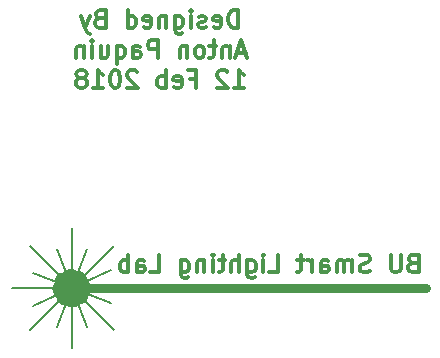
<source format=gbo>
G04 #@! TF.FileFunction,Legend,Bot*
%FSLAX46Y46*%
G04 Gerber Fmt 4.6, Leading zero omitted, Abs format (unit mm)*
G04 Created by KiCad (PCBNEW 4.0.7) date Wed Feb 14 16:44:24 2018*
%MOMM*%
%LPD*%
G01*
G04 APERTURE LIST*
%ADD10C,0.100000*%
%ADD11C,0.762000*%
%ADD12C,0.300000*%
%ADD13C,0.200000*%
%ADD14C,2.032000*%
G04 APERTURE END LIST*
D10*
D11*
X32766000Y-66802000D02*
X27686000Y-66802000D01*
D12*
X56557143Y-64662857D02*
X56342857Y-64734286D01*
X56271429Y-64805714D01*
X56200000Y-64948571D01*
X56200000Y-65162857D01*
X56271429Y-65305714D01*
X56342857Y-65377143D01*
X56485715Y-65448571D01*
X57057143Y-65448571D01*
X57057143Y-63948571D01*
X56557143Y-63948571D01*
X56414286Y-64020000D01*
X56342857Y-64091429D01*
X56271429Y-64234286D01*
X56271429Y-64377143D01*
X56342857Y-64520000D01*
X56414286Y-64591429D01*
X56557143Y-64662857D01*
X57057143Y-64662857D01*
X55557143Y-63948571D02*
X55557143Y-65162857D01*
X55485715Y-65305714D01*
X55414286Y-65377143D01*
X55271429Y-65448571D01*
X54985715Y-65448571D01*
X54842857Y-65377143D01*
X54771429Y-65305714D01*
X54700000Y-65162857D01*
X54700000Y-63948571D01*
X52914286Y-65377143D02*
X52700000Y-65448571D01*
X52342857Y-65448571D01*
X52200000Y-65377143D01*
X52128571Y-65305714D01*
X52057143Y-65162857D01*
X52057143Y-65020000D01*
X52128571Y-64877143D01*
X52200000Y-64805714D01*
X52342857Y-64734286D01*
X52628571Y-64662857D01*
X52771429Y-64591429D01*
X52842857Y-64520000D01*
X52914286Y-64377143D01*
X52914286Y-64234286D01*
X52842857Y-64091429D01*
X52771429Y-64020000D01*
X52628571Y-63948571D01*
X52271429Y-63948571D01*
X52057143Y-64020000D01*
X51414286Y-65448571D02*
X51414286Y-64448571D01*
X51414286Y-64591429D02*
X51342858Y-64520000D01*
X51200000Y-64448571D01*
X50985715Y-64448571D01*
X50842858Y-64520000D01*
X50771429Y-64662857D01*
X50771429Y-65448571D01*
X50771429Y-64662857D02*
X50700000Y-64520000D01*
X50557143Y-64448571D01*
X50342858Y-64448571D01*
X50200000Y-64520000D01*
X50128572Y-64662857D01*
X50128572Y-65448571D01*
X48771429Y-65448571D02*
X48771429Y-64662857D01*
X48842858Y-64520000D01*
X48985715Y-64448571D01*
X49271429Y-64448571D01*
X49414286Y-64520000D01*
X48771429Y-65377143D02*
X48914286Y-65448571D01*
X49271429Y-65448571D01*
X49414286Y-65377143D01*
X49485715Y-65234286D01*
X49485715Y-65091429D01*
X49414286Y-64948571D01*
X49271429Y-64877143D01*
X48914286Y-64877143D01*
X48771429Y-64805714D01*
X48057143Y-65448571D02*
X48057143Y-64448571D01*
X48057143Y-64734286D02*
X47985715Y-64591429D01*
X47914286Y-64520000D01*
X47771429Y-64448571D01*
X47628572Y-64448571D01*
X47342858Y-64448571D02*
X46771429Y-64448571D01*
X47128572Y-63948571D02*
X47128572Y-65234286D01*
X47057144Y-65377143D01*
X46914286Y-65448571D01*
X46771429Y-65448571D01*
X44414286Y-65448571D02*
X45128572Y-65448571D01*
X45128572Y-63948571D01*
X43914286Y-65448571D02*
X43914286Y-64448571D01*
X43914286Y-63948571D02*
X43985715Y-64020000D01*
X43914286Y-64091429D01*
X43842858Y-64020000D01*
X43914286Y-63948571D01*
X43914286Y-64091429D01*
X42557143Y-64448571D02*
X42557143Y-65662857D01*
X42628572Y-65805714D01*
X42700000Y-65877143D01*
X42842857Y-65948571D01*
X43057143Y-65948571D01*
X43200000Y-65877143D01*
X42557143Y-65377143D02*
X42700000Y-65448571D01*
X42985714Y-65448571D01*
X43128572Y-65377143D01*
X43200000Y-65305714D01*
X43271429Y-65162857D01*
X43271429Y-64734286D01*
X43200000Y-64591429D01*
X43128572Y-64520000D01*
X42985714Y-64448571D01*
X42700000Y-64448571D01*
X42557143Y-64520000D01*
X41842857Y-65448571D02*
X41842857Y-63948571D01*
X41200000Y-65448571D02*
X41200000Y-64662857D01*
X41271429Y-64520000D01*
X41414286Y-64448571D01*
X41628571Y-64448571D01*
X41771429Y-64520000D01*
X41842857Y-64591429D01*
X40700000Y-64448571D02*
X40128571Y-64448571D01*
X40485714Y-63948571D02*
X40485714Y-65234286D01*
X40414286Y-65377143D01*
X40271428Y-65448571D01*
X40128571Y-65448571D01*
X39628571Y-65448571D02*
X39628571Y-64448571D01*
X39628571Y-63948571D02*
X39700000Y-64020000D01*
X39628571Y-64091429D01*
X39557143Y-64020000D01*
X39628571Y-63948571D01*
X39628571Y-64091429D01*
X38914285Y-64448571D02*
X38914285Y-65448571D01*
X38914285Y-64591429D02*
X38842857Y-64520000D01*
X38699999Y-64448571D01*
X38485714Y-64448571D01*
X38342857Y-64520000D01*
X38271428Y-64662857D01*
X38271428Y-65448571D01*
X36914285Y-64448571D02*
X36914285Y-65662857D01*
X36985714Y-65805714D01*
X37057142Y-65877143D01*
X37199999Y-65948571D01*
X37414285Y-65948571D01*
X37557142Y-65877143D01*
X36914285Y-65377143D02*
X37057142Y-65448571D01*
X37342856Y-65448571D01*
X37485714Y-65377143D01*
X37557142Y-65305714D01*
X37628571Y-65162857D01*
X37628571Y-64734286D01*
X37557142Y-64591429D01*
X37485714Y-64520000D01*
X37342856Y-64448571D01*
X37057142Y-64448571D01*
X36914285Y-64520000D01*
X34342856Y-65448571D02*
X35057142Y-65448571D01*
X35057142Y-63948571D01*
X33199999Y-65448571D02*
X33199999Y-64662857D01*
X33271428Y-64520000D01*
X33414285Y-64448571D01*
X33699999Y-64448571D01*
X33842856Y-64520000D01*
X33199999Y-65377143D02*
X33342856Y-65448571D01*
X33699999Y-65448571D01*
X33842856Y-65377143D01*
X33914285Y-65234286D01*
X33914285Y-65091429D01*
X33842856Y-64948571D01*
X33699999Y-64877143D01*
X33342856Y-64877143D01*
X33199999Y-64805714D01*
X32485713Y-65448571D02*
X32485713Y-63948571D01*
X32485713Y-64520000D02*
X32342856Y-64448571D01*
X32057142Y-64448571D01*
X31914285Y-64520000D01*
X31842856Y-64591429D01*
X31771427Y-64734286D01*
X31771427Y-65162857D01*
X31842856Y-65305714D01*
X31914285Y-65377143D01*
X32057142Y-65448571D01*
X32342856Y-65448571D01*
X32485713Y-65377143D01*
D13*
X28956000Y-63500000D02*
X26416000Y-70104000D01*
X26416000Y-63500000D02*
X28956000Y-70104000D01*
X30988000Y-65278000D02*
X24384000Y-68326000D01*
X30988000Y-68072000D02*
X24384000Y-65532000D01*
X27686000Y-66802000D02*
X30988000Y-68072000D01*
X27686000Y-66802000D02*
X30988000Y-65278000D01*
X27686000Y-66802000D02*
X28956000Y-63500000D01*
X27686000Y-66802000D02*
X26416000Y-63500000D01*
X22606000Y-66802000D02*
X27686000Y-66802000D01*
X27686000Y-61722000D02*
X27686000Y-71882000D01*
X24130000Y-63246000D02*
X31242000Y-70358000D01*
X31242000Y-63246000D02*
X24130000Y-70358000D01*
X24130000Y-63246000D02*
X27686000Y-66802000D01*
X27686000Y-66802000D02*
X31242000Y-63246000D01*
X27686000Y-66802000D02*
X27686000Y-61722000D01*
D14*
X28321000Y-66802000D02*
G75*
G03X28321000Y-66802000I-635000J0D01*
G01*
D11*
X57658000Y-66802000D02*
X32893000Y-66802000D01*
D12*
X41769647Y-44742948D02*
X41769647Y-43242948D01*
X41412504Y-43242948D01*
X41198219Y-43314377D01*
X41055361Y-43457234D01*
X40983933Y-43600091D01*
X40912504Y-43885806D01*
X40912504Y-44100091D01*
X40983933Y-44385806D01*
X41055361Y-44528663D01*
X41198219Y-44671520D01*
X41412504Y-44742948D01*
X41769647Y-44742948D01*
X39698219Y-44671520D02*
X39841076Y-44742948D01*
X40126790Y-44742948D01*
X40269647Y-44671520D01*
X40341076Y-44528663D01*
X40341076Y-43957234D01*
X40269647Y-43814377D01*
X40126790Y-43742948D01*
X39841076Y-43742948D01*
X39698219Y-43814377D01*
X39626790Y-43957234D01*
X39626790Y-44100091D01*
X40341076Y-44242948D01*
X39055362Y-44671520D02*
X38912505Y-44742948D01*
X38626790Y-44742948D01*
X38483933Y-44671520D01*
X38412505Y-44528663D01*
X38412505Y-44457234D01*
X38483933Y-44314377D01*
X38626790Y-44242948D01*
X38841076Y-44242948D01*
X38983933Y-44171520D01*
X39055362Y-44028663D01*
X39055362Y-43957234D01*
X38983933Y-43814377D01*
X38841076Y-43742948D01*
X38626790Y-43742948D01*
X38483933Y-43814377D01*
X37769647Y-44742948D02*
X37769647Y-43742948D01*
X37769647Y-43242948D02*
X37841076Y-43314377D01*
X37769647Y-43385806D01*
X37698219Y-43314377D01*
X37769647Y-43242948D01*
X37769647Y-43385806D01*
X36412504Y-43742948D02*
X36412504Y-44957234D01*
X36483933Y-45100091D01*
X36555361Y-45171520D01*
X36698218Y-45242948D01*
X36912504Y-45242948D01*
X37055361Y-45171520D01*
X36412504Y-44671520D02*
X36555361Y-44742948D01*
X36841075Y-44742948D01*
X36983933Y-44671520D01*
X37055361Y-44600091D01*
X37126790Y-44457234D01*
X37126790Y-44028663D01*
X37055361Y-43885806D01*
X36983933Y-43814377D01*
X36841075Y-43742948D01*
X36555361Y-43742948D01*
X36412504Y-43814377D01*
X35698218Y-43742948D02*
X35698218Y-44742948D01*
X35698218Y-43885806D02*
X35626790Y-43814377D01*
X35483932Y-43742948D01*
X35269647Y-43742948D01*
X35126790Y-43814377D01*
X35055361Y-43957234D01*
X35055361Y-44742948D01*
X33769647Y-44671520D02*
X33912504Y-44742948D01*
X34198218Y-44742948D01*
X34341075Y-44671520D01*
X34412504Y-44528663D01*
X34412504Y-43957234D01*
X34341075Y-43814377D01*
X34198218Y-43742948D01*
X33912504Y-43742948D01*
X33769647Y-43814377D01*
X33698218Y-43957234D01*
X33698218Y-44100091D01*
X34412504Y-44242948D01*
X32412504Y-44742948D02*
X32412504Y-43242948D01*
X32412504Y-44671520D02*
X32555361Y-44742948D01*
X32841075Y-44742948D01*
X32983933Y-44671520D01*
X33055361Y-44600091D01*
X33126790Y-44457234D01*
X33126790Y-44028663D01*
X33055361Y-43885806D01*
X32983933Y-43814377D01*
X32841075Y-43742948D01*
X32555361Y-43742948D01*
X32412504Y-43814377D01*
X30055361Y-43957234D02*
X29841075Y-44028663D01*
X29769647Y-44100091D01*
X29698218Y-44242948D01*
X29698218Y-44457234D01*
X29769647Y-44600091D01*
X29841075Y-44671520D01*
X29983933Y-44742948D01*
X30555361Y-44742948D01*
X30555361Y-43242948D01*
X30055361Y-43242948D01*
X29912504Y-43314377D01*
X29841075Y-43385806D01*
X29769647Y-43528663D01*
X29769647Y-43671520D01*
X29841075Y-43814377D01*
X29912504Y-43885806D01*
X30055361Y-43957234D01*
X30555361Y-43957234D01*
X29198218Y-43742948D02*
X28841075Y-44742948D01*
X28483933Y-43742948D02*
X28841075Y-44742948D01*
X28983933Y-45100091D01*
X29055361Y-45171520D01*
X29198218Y-45242948D01*
X42412505Y-46864377D02*
X41698219Y-46864377D01*
X42555362Y-47292948D02*
X42055362Y-45792948D01*
X41555362Y-47292948D01*
X41055362Y-46292948D02*
X41055362Y-47292948D01*
X41055362Y-46435806D02*
X40983934Y-46364377D01*
X40841076Y-46292948D01*
X40626791Y-46292948D01*
X40483934Y-46364377D01*
X40412505Y-46507234D01*
X40412505Y-47292948D01*
X39912505Y-46292948D02*
X39341076Y-46292948D01*
X39698219Y-45792948D02*
X39698219Y-47078663D01*
X39626791Y-47221520D01*
X39483933Y-47292948D01*
X39341076Y-47292948D01*
X38626790Y-47292948D02*
X38769648Y-47221520D01*
X38841076Y-47150091D01*
X38912505Y-47007234D01*
X38912505Y-46578663D01*
X38841076Y-46435806D01*
X38769648Y-46364377D01*
X38626790Y-46292948D01*
X38412505Y-46292948D01*
X38269648Y-46364377D01*
X38198219Y-46435806D01*
X38126790Y-46578663D01*
X38126790Y-47007234D01*
X38198219Y-47150091D01*
X38269648Y-47221520D01*
X38412505Y-47292948D01*
X38626790Y-47292948D01*
X37483933Y-46292948D02*
X37483933Y-47292948D01*
X37483933Y-46435806D02*
X37412505Y-46364377D01*
X37269647Y-46292948D01*
X37055362Y-46292948D01*
X36912505Y-46364377D01*
X36841076Y-46507234D01*
X36841076Y-47292948D01*
X34983933Y-47292948D02*
X34983933Y-45792948D01*
X34412505Y-45792948D01*
X34269647Y-45864377D01*
X34198219Y-45935806D01*
X34126790Y-46078663D01*
X34126790Y-46292948D01*
X34198219Y-46435806D01*
X34269647Y-46507234D01*
X34412505Y-46578663D01*
X34983933Y-46578663D01*
X32841076Y-47292948D02*
X32841076Y-46507234D01*
X32912505Y-46364377D01*
X33055362Y-46292948D01*
X33341076Y-46292948D01*
X33483933Y-46364377D01*
X32841076Y-47221520D02*
X32983933Y-47292948D01*
X33341076Y-47292948D01*
X33483933Y-47221520D01*
X33555362Y-47078663D01*
X33555362Y-46935806D01*
X33483933Y-46792948D01*
X33341076Y-46721520D01*
X32983933Y-46721520D01*
X32841076Y-46650091D01*
X31483933Y-46292948D02*
X31483933Y-47792948D01*
X31483933Y-47221520D02*
X31626790Y-47292948D01*
X31912504Y-47292948D01*
X32055362Y-47221520D01*
X32126790Y-47150091D01*
X32198219Y-47007234D01*
X32198219Y-46578663D01*
X32126790Y-46435806D01*
X32055362Y-46364377D01*
X31912504Y-46292948D01*
X31626790Y-46292948D01*
X31483933Y-46364377D01*
X30126790Y-46292948D02*
X30126790Y-47292948D01*
X30769647Y-46292948D02*
X30769647Y-47078663D01*
X30698219Y-47221520D01*
X30555361Y-47292948D01*
X30341076Y-47292948D01*
X30198219Y-47221520D01*
X30126790Y-47150091D01*
X29412504Y-47292948D02*
X29412504Y-46292948D01*
X29412504Y-45792948D02*
X29483933Y-45864377D01*
X29412504Y-45935806D01*
X29341076Y-45864377D01*
X29412504Y-45792948D01*
X29412504Y-45935806D01*
X28698218Y-46292948D02*
X28698218Y-47292948D01*
X28698218Y-46435806D02*
X28626790Y-46364377D01*
X28483932Y-46292948D01*
X28269647Y-46292948D01*
X28126790Y-46364377D01*
X28055361Y-46507234D01*
X28055361Y-47292948D01*
X41448217Y-49842948D02*
X42305360Y-49842948D01*
X41876788Y-49842948D02*
X41876788Y-48342948D01*
X42019645Y-48557234D01*
X42162503Y-48700091D01*
X42305360Y-48771520D01*
X40876789Y-48485806D02*
X40805360Y-48414377D01*
X40662503Y-48342948D01*
X40305360Y-48342948D01*
X40162503Y-48414377D01*
X40091074Y-48485806D01*
X40019646Y-48628663D01*
X40019646Y-48771520D01*
X40091074Y-48985806D01*
X40948217Y-49842948D01*
X40019646Y-49842948D01*
X37733932Y-49057234D02*
X38233932Y-49057234D01*
X38233932Y-49842948D02*
X38233932Y-48342948D01*
X37519646Y-48342948D01*
X36376790Y-49771520D02*
X36519647Y-49842948D01*
X36805361Y-49842948D01*
X36948218Y-49771520D01*
X37019647Y-49628663D01*
X37019647Y-49057234D01*
X36948218Y-48914377D01*
X36805361Y-48842948D01*
X36519647Y-48842948D01*
X36376790Y-48914377D01*
X36305361Y-49057234D01*
X36305361Y-49200091D01*
X37019647Y-49342948D01*
X35662504Y-49842948D02*
X35662504Y-48342948D01*
X35662504Y-48914377D02*
X35519647Y-48842948D01*
X35233933Y-48842948D01*
X35091076Y-48914377D01*
X35019647Y-48985806D01*
X34948218Y-49128663D01*
X34948218Y-49557234D01*
X35019647Y-49700091D01*
X35091076Y-49771520D01*
X35233933Y-49842948D01*
X35519647Y-49842948D01*
X35662504Y-49771520D01*
X33233933Y-48485806D02*
X33162504Y-48414377D01*
X33019647Y-48342948D01*
X32662504Y-48342948D01*
X32519647Y-48414377D01*
X32448218Y-48485806D01*
X32376790Y-48628663D01*
X32376790Y-48771520D01*
X32448218Y-48985806D01*
X33305361Y-49842948D01*
X32376790Y-49842948D01*
X31448219Y-48342948D02*
X31305362Y-48342948D01*
X31162505Y-48414377D01*
X31091076Y-48485806D01*
X31019647Y-48628663D01*
X30948219Y-48914377D01*
X30948219Y-49271520D01*
X31019647Y-49557234D01*
X31091076Y-49700091D01*
X31162505Y-49771520D01*
X31305362Y-49842948D01*
X31448219Y-49842948D01*
X31591076Y-49771520D01*
X31662505Y-49700091D01*
X31733933Y-49557234D01*
X31805362Y-49271520D01*
X31805362Y-48914377D01*
X31733933Y-48628663D01*
X31662505Y-48485806D01*
X31591076Y-48414377D01*
X31448219Y-48342948D01*
X29519648Y-49842948D02*
X30376791Y-49842948D01*
X29948219Y-49842948D02*
X29948219Y-48342948D01*
X30091076Y-48557234D01*
X30233934Y-48700091D01*
X30376791Y-48771520D01*
X28662505Y-48985806D02*
X28805363Y-48914377D01*
X28876791Y-48842948D01*
X28948220Y-48700091D01*
X28948220Y-48628663D01*
X28876791Y-48485806D01*
X28805363Y-48414377D01*
X28662505Y-48342948D01*
X28376791Y-48342948D01*
X28233934Y-48414377D01*
X28162505Y-48485806D01*
X28091077Y-48628663D01*
X28091077Y-48700091D01*
X28162505Y-48842948D01*
X28233934Y-48914377D01*
X28376791Y-48985806D01*
X28662505Y-48985806D01*
X28805363Y-49057234D01*
X28876791Y-49128663D01*
X28948220Y-49271520D01*
X28948220Y-49557234D01*
X28876791Y-49700091D01*
X28805363Y-49771520D01*
X28662505Y-49842948D01*
X28376791Y-49842948D01*
X28233934Y-49771520D01*
X28162505Y-49700091D01*
X28091077Y-49557234D01*
X28091077Y-49271520D01*
X28162505Y-49128663D01*
X28233934Y-49057234D01*
X28376791Y-48985806D01*
M02*

</source>
